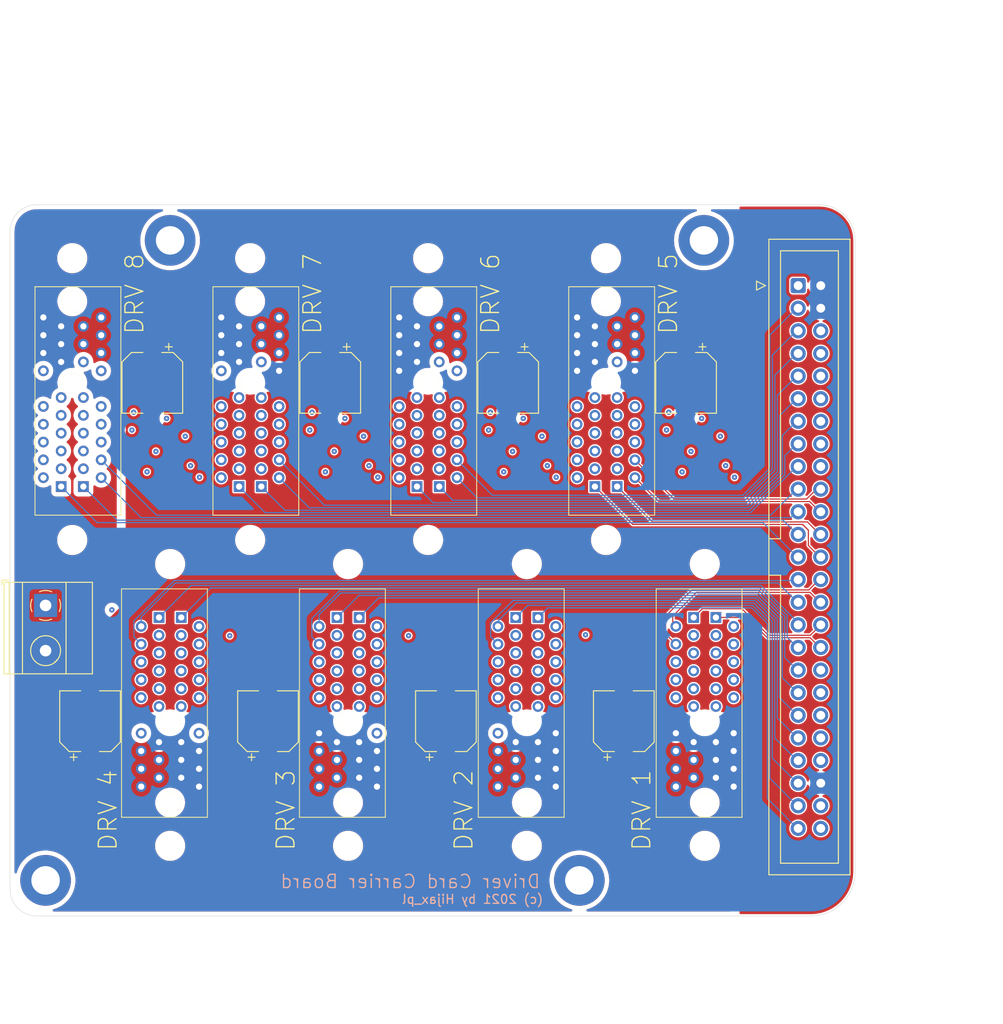
<source format=kicad_pcb>
(kicad_pcb (version 20210108) (generator pcbnew)
  (layers (0 "F.Cu" signal) (1 "In1.Cu" signal) (2 "In2.Cu" signal) (31 "B.Cu" signal) (34 "B.Paste" user) (35 "F.Paste" user) (36 "B.SilkS" user "B.Silkscreen") (37 "F.SilkS" user "F.Silkscreen") (38 "B.Mask" user) (39 "F.Mask" user) (44 "Edge.Cuts" user))
  (net 0 "")
  (net 1 "~MOT1_CS")
  (net 2 "~MOT2_CS")
  (net 3 "MOT1_STEP")
  (net 4 "MOT2_STEP")
  (net 5 "MOT1_DIR")
  (net 6 "CLOCK")
  (net 7 "GND")
  (net 8 "MOT2_DIR")
  (net 9 "~MOT1_ALARM")
  (net 10 "~MOT2_ALARM")
  (net 11 "~MOT3_CS")
  (net 12 "~MOT4_CS")
  (net 13 "MOT3_STEP")
  (net 14 "MOT4_STEP")
  (net 15 "V_motors")
  (net 16 "5V")
  (net 17 "3.3V")
  (net 18 "MOT3_DIR")
  (net 19 "MOT4_DIR")
  (net 20 "~MOT3_ALARM")
  (net 21 "~MOT4_ALARM")
  (net 22 "~MOT5_CS")
  (net 23 "~MOT6_CS")
  (net 24 "MOT5_STEP")
  (net 25 "MOT6_STEP")
  (net 26 "MOT5_DIR")
  (net 27 "MOT6_DIR")
  (net 28 "~MOT5_ALARM")
  (net 29 "~MOT6_ALARM")
  (net 30 "~MOT7_CS")
  (net 31 "~MOT8_CS")
  (net 32 "MOT7_STEP")
  (net 33 "MOT8_STEP")
  (net 34 "MOT7_DIR")
  (net 35 "MOT8_DIR")
  (net 36 "~MOT8_ALARM")
  (net 37 "MOT_SPI_MISO")
  (net 38 "MOT_SPI_MOSI")
  (net 39 "MOT_SPI_SCK")
  (net 40 "~MOT_RESET")
  (net 41 "~MOT_ENABLE")
  (net 42 "MOT_I2C_SDA")
  (net 43 "MOT_UART")
  (net 44 "MOT_I2C_SCL")
  (net 45 "~MOT7_ALARM")
  (footprint "Capacitor_SMD:CP_Elec_6.3x7.7" (layer "F.Cu") (at 101 70 -90)
    (fp_text reference "C7" hide)
    (fp_text value "100uF 35V" hide)
  )
  (footprint "PrntrBoardV2:AMPHENOL_10018784-10210TLF" (layer "F.Cu") (at 52 70 90)
    (fp_text reference "J_MOT8" hide)
    (fp_text value "PCIe_Stepper" hide)
  )
  (footprint "Capacitor_SMD:CP_Elec_6.3x7.7" (layer "F.Cu") (at 94 108 90)
    (fp_text reference "C4" hide)
    (fp_text value "100uF 35V" hide)
  )
  (footprint "MountingHole:MountingHole_3.2mm_M3_ISO7380_Pad" (layer "F.Cu") (at 109 125.87868)
    (fp_text reference "H4" hide)
    (fp_text value "MountingHole" hide)
  )
  (footprint "MountingHole:MountingHole_3.2mm_M3_ISO7380_Pad" (layer "F.Cu") (at 49 125.87868)
    (fp_text reference "H3" hide)
    (fp_text value "MountingHole" hide)
  )
  (footprint "MountingHole:MountingHole_3.2mm_M3_ISO7380_Pad" (layer "F.Cu") (at 123 54)
    (fp_text reference "H2" hide)
    (fp_text value "MountingHole" hide)
  )
  (footprint "PrntrBoardV2:AMPHENOL_10018784-10210TLF" (layer "F.Cu") (at 63 108 -90)
    (fp_text reference "J_MOT3" hide)
    (fp_text value "PCIe_Stepper" hide)
  )
  (footprint "Capacitor_SMD:CP_Elec_6.3x7.7" (layer "F.Cu") (at 121 70 -90)
    (fp_text reference "C6" hide)
    (fp_text value "100uF 35V" hide)
  )
  (footprint "Connector_IDC:IDC-Header_2x25_P2.54mm_Vertical" (layer "F.Cu") (at 133.6 59.08)
    (fp_text reference "J2" hide)
    (fp_text value "Conn_02x25_Counter_Clockwise" hide)
  )
  (footprint "MountingHole:MountingHole_3.2mm_M3_ISO7380_Pad" (layer "F.Cu") (at 63 54)
    (fp_text reference "H1" hide)
    (fp_text value "MountingHole" hide)
  )
  (footprint "Capacitor_SMD:CP_Elec_6.3x7.7" (layer "F.Cu") (at 54 108 90)
    (fp_text reference "C2" hide)
    (fp_text value "100uF 35V" hide)
  )
  (footprint "Capacitor_SMD:CP_Elec_6.3x7.7" (layer "F.Cu") (at 81 70 -90)
    (fp_text reference "C8" hide)
    (fp_text value "100uF 35V" hide)
  )
  (footprint "Capacitor_SMD:CP_Elec_6.3x7.7" (layer "F.Cu") (at 74 108 90)
    (fp_text reference "C1" hide)
    (fp_text value "100uF 35V" hide)
  )
  (footprint "PrntrBoardV2:AMPHENOL_10018784-10210TLF" (layer "F.Cu") (at 112 70 90)
    (fp_text reference "J_MOT5" hide)
    (fp_text value "PCIe_Stepper" hide)
  )
  (footprint "PrntrBoardV2:AMPHENOL_10018784-10210TLF" (layer "F.Cu") (at 83 108 -90)
    (fp_text reference "J_MOT2" hide)
    (fp_text value "PCIe_Stepper" hide)
  )
  (footprint "TerminalBlock_Phoenix:TerminalBlock_Phoenix_MKDS-1,5-2-5.08_1x02_P5.08mm_Horizontal" (layer "F.Cu") (at 49 95 -90)
    (fp_text reference "J1" hide)
    (fp_text value "Conn_01x02" hide)
  )
  (footprint "PrntrBoardV2:AMPHENOL_10018784-10210TLF" (layer "F.Cu") (at 92 70 90)
    (fp_text reference "J_MOT6" hide)
    (fp_text value "PCIe_Stepper" hide)
  )
  (footprint "PrntrBoardV2:AMPHENOL_10018784-10210TLF" (layer "F.Cu") (at 72 70 90)
    (fp_text reference "J_MOT7" hide)
    (fp_text value "PCIe_Stepper" hide)
  )
  (footprint "Capacitor_SMD:CP_Elec_6.3x7.7" (layer "F.Cu") (at 114 108 90)
    (fp_text reference "C5" hide)
    (fp_text value "100uF 35V" hide)
  )
  (footprint "PrntrBoardV2:AMPHENOL_10018784-10210TLF" (layer "F.Cu") (at 123.1 108 -90)
    (fp_text reference "J_MOT1" hide)
    (fp_text value "PCIe_Stepper" hide)
  )
  (footprint "Capacitor_SMD:CP_Elec_6.3x7.7" (layer "F.Cu") (at 61 70 -90)
    (fp_text reference "C3" hide)
    (fp_text value "100uF 35V" hide)
  )
  (footprint "PrntrBoardV2:AMPHENOL_10018784-10210TLF" (layer "F.Cu") (at 103.1 108 -90)
    (fp_text reference "J_MOT4" hide)
    (fp_text value "PCIe_Stepper" hide)
  )
  (gr_line (start 48 50) (end 136 50) (layer "Edge.Cuts") (width 0.05))
  (gr_line (start 45 126.87868) (end 45 53) (layer "Edge.Cuts") (width 0.05))
  (gr_arc (start 136 54) (end 136 50) (angle 90) (layer "Edge.Cuts") (width 0.05))
  (gr_line (start 135 129.87868) (end 48 129.87868) (layer "Edge.Cuts") (width 0.05))
  (gr_line (start 140 124.87868) (end 140 54) (layer "Edge.Cuts") (width 0.05))
  (gr_arc (start 135 124.87868) (end 140 124.87868) (angle 90) (layer "Edge.Cuts") (width 0.05))
  (gr_arc (start 48 53) (end 45 53) (angle 90) (layer "Edge.Cuts") (width 0.05))
  (gr_arc (start 48 126.87868) (end 48 129.87868) (angle 90) (layer "Edge.Cuts") (width 0.05))
  (gr_text "Driver Card Carrier Board" (at 90 126) (layer "B.SilkS") (effects (font (size 1.5 1.5)) (justify mirror)))
  (gr_text "(c) 2021 by Hijax_pl" (at 97 128) (layer "B.SilkS") (effects (font (size 1 1)) (justify mirror)))
  (gr_text "DRV 2" (at 96 118 90) (layer "F.SilkS") (effects (font (size 2 2))))
  (gr_text "DRV 3" (at 76 118 90) (layer "F.SilkS") (effects (font (size 2 2))))
  (gr_text "DRV 4" (at 56 118 90) (layer "F.SilkS") (effects (font (size 2 2))))
  (gr_text "DRV 5" (at 119 60 90) (layer "F.SilkS") (effects (font (size 2 2))))
  (gr_text "DRV 8" (at 59 60 90) (layer "F.SilkS") (effects (font (size 2 2))))
  (gr_text "DRV 6" (at 99 60 90) (layer "F.SilkS") (effects (font (size 2 2))))
  (gr_text "DRV 7" (at 79 60 90) (layer "F.SilkS") (effects (font (size 2 2))))
  (gr_text "DRV 1" (at 116 118 90) (layer "F.SilkS") (effects (font (size 2 2))))
  (segment (start 134.949411 98.629411) (end 136 99.68) (width 0.127) (layer "F.Cu") (net 1))
  (segment (start 124.35 96.35) (end 127.854854 96.35) (width 0.127) (layer "F.Cu") (net 1))
  (segment (start 130.134265 98.629411) (end 134.949411 98.629411) (width 0.127) (layer "F.Cu") (net 1))
  (segment (start 127.854854 96.35) (end 130.134265 98.629411) (width 0.127) (layer "F.Cu") (net 1))
  (segment (start 130.13 97.03) (end 130.13 116.67) (width 0.127) (layer "B.Cu") (net 2))
  (segment (start 105.426479 95.273521) (end 128.373521 95.273521) (width 0.127) (layer "B.Cu") (net 2))
  (segment (start 130.13 116.67) (end 133.46 120) (width 0.127) (layer "B.Cu") (net 2))
  (segment (start 128.373521 95.273521) (end 130.13 97.03) (width 0.127) (layer "B.Cu") (net 2))
  (segment (start 104.35 96.35) (end 105.426479 95.273521) (width 0.127) (layer "B.Cu") (net 2))
  (segment (start 127.279411 95.379411) (end 122.820589 95.379411) (width 0.127) (layer "F.Cu") (net 3))
  (segment (start 130.105911 98.205911) (end 127.279411 95.379411) (width 0.127) (layer "F.Cu") (net 3))
  (segment (start 130.25 98.35) (end 134.97 98.35) (width 0.127) (layer "F.Cu") (net 3))
  (segment (start 130.105911 98.205911) (end 130.25 98.35) (width 0.127) (layer "F.Cu") (net 3))
  (segment (start 122.820589 95.379411) (end 121.85 96.35) (width 0.127) (layer "F.Cu") (net 3))
  (segment (start 134.97 98.35) (end 136.14 97.18) (width 0.127) (layer "F.Cu") (net 3))
  (segment (start 128.489257 94.994111) (end 130.409411 96.914265) (width 0.127) (layer "B.Cu") (net 4))
  (segment (start 130.409411 114.409411) (end 133.46 117.46) (width 0.127) (layer "B.Cu") (net 4))
  (segment (start 101.85 96.35) (end 103.20589 94.99411) (width 0.127) (layer "B.Cu") (net 4))
  (segment (start 130.409411 96.914265) (end 130.409411 114.409411) (width 0.127) (layer "B.Cu") (net 4))
  (segment (start 103.20589 94.99411) (end 128.489257 94.994111) (width 0.127) (layer "B.Cu") (net 4))
  (segment (start 122.165911 93.534089) (end 119.5 96.2) (width 0.127) (layer "F.Cu") (net 5))
  (segment (start 134.934089 93.534089) (end 122.165911 93.534089) (width 0.127) (layer "F.Cu") (net 5))
  (segment (start 119.5 96.2) (end 119.5 97) (width 0.127) (layer "F.Cu") (net 5))
  (segment (start 136 94.6) (end 134.934089 93.534089) (width 0.127) (layer "F.Cu") (net 5))
  (segment (start 119.5 97) (end 119.85 97.35) (width 0.127) (layer "F.Cu") (net 5))
  (via (at 122.75 74) (size 0.6) (drill 0.2) (layers "F.Cu" "B.Cu") (net 6))
  (via (at 102.7 74) (size 0.6) (drill 0.2) (layers "F.Cu" "B.Cu") (net 6))
  (via (at 82.65 74) (size 0.6) (drill 0.2) (layers "F.Cu" "B.Cu") (net 6))
  (via (at 62.6 74) (size 0.6) (drill 0.2) (layers "F.Cu" "B.Cu") (net 6))
  (segment (start 54 105.3) (end 57 102.3) (width 2) (layer "F.Cu") (net 7))
  (segment (start 57 97) (end 60 94) (width 2) (layer "F.Cu") (net 7))
  (segment (start 57 102.3) (end 57 97) (width 2) (layer "F.Cu") (net 7))
  (segment (start 49 100.08) (end 49 100.3) (width 2) (layer "F.Cu") (net 7))
  (segment (start 133.46 114.92) (end 130.688822 112.148822) (width 0.127) (layer "B.Cu") (net 8))
  (segment (start 101.888661 94.714699) (end 99.85 96.75336) (width 0.127) (layer "B.Cu") (net 8))
  (segment (start 130.688822 96.79853) (end 128.604992 94.7147) (width 0.127) (layer "B.Cu") (net 8))
  (segment (start 130.688822 112.148822) (end 130.688822 96.79853) (width 0.127) (layer "B.Cu") (net 8))
  (segment (start 99.85 96.75336) (end 99.85 97.35) (width 0.127) (layer "B.Cu") (net 8))
  (segment (start 128.604992 94.7147) (end 101.888661 94.714699) (width 0.127) (layer "B.Cu") (net 8))
  (segment (start 134.805322 93.254678) (end 121.645322 93.254678) (width 0.127) (layer "F.Cu") (net 9))
  (segment (start 136 92.06) (end 134.805322 93.254678) (width 0.127) (layer "F.Cu") (net 9))
  (segment (start 118.7 98.2) (end 119.85 99.35) (width 0.127) (layer "F.Cu") (net 9))
  (segment (start 118.7 96.2) (end 118.7 98.2) (width 0.127) (layer "F.Cu") (net 9))
  (segment (start 121.645322 93.254678) (end 118.7 96.2) (width 0.127) (layer "F.Cu") (net 9))
  (segment (start 99.030089 96.956442) (end 101.551243 94.435288) (width 0.127) (layer "B.Cu") (net 10))
  (segment (start 99.030089 98.530089) (end 99.030089 96.956442) (width 0.127) (layer "B.Cu") (net 10))
  (segment (start 130.968233 96.682795) (end 130.968233 109.888233) (width 0.127) (layer "B.Cu") (net 10))
  (segment (start 130.968233 109.888233) (end 133.46 112.38) (width 0.127) (layer "B.Cu") (net 10))
  (segment (start 99.85 99.35) (end 99.030089 98.530089) (width 0.127) (layer "B.Cu") (net 10))
  (segment (start 101.551243 94.435288) (end 128.720727 94.435289) (width 0.127) (layer "B.Cu") (net 10))
  (segment (start 128.720727 94.435289) (end 130.968233 96.682795) (width 0.127) (layer "B.Cu") (net 10))
  (segment (start 128.836462 94.155878) (end 86.444123 94.155877) (width 0.127) (layer "B.Cu") (net 11))
  (segment (start 86.444123 94.155877) (end 84.25 96.35) (width 0.127) (layer "B.Cu") (net 11))
  (segment (start 131.247644 96.56706) (end 128.836462 94.155878) (width 0.127) (layer "B.Cu") (net 11))
  (segment (start 131.247644 107.627644) (end 131.247644 96.56706) (width 0.127) (layer "B.Cu") (net 11))
  (segment (start 133.46 109.84) (end 131.247644 107.627644) (width 0.127) (layer "B.Cu") (net 11))
  (segment (start 132.365288 98.585288) (end 132.365288 96.10412) (width 0.127) (layer "B.Cu") (net 12))
  (segment (start 129.299402 93.038234) (end 67.561767 93.038233) (width 0.127) (layer "B.Cu") (net 12))
  (segment (start 133.46 99.68) (end 132.365288 98.585288) (width 0.127) (layer "B.Cu") (net 12))
  (segment (start 132.365288 96.10412) (end 129.299402 93.038234) (width 0.127) (layer "B.Cu") (net 12))
  (segment (start 67.561767 93.038233) (end 64.25 96.35) (width 0.127) (layer "B.Cu") (net 12))
  (segment (start 131.527055 96.451325) (end 131.527055 105.367055) (width 0.127) (layer "B.Cu") (net 13))
  (segment (start 84.223534 93.876466) (end 128.952197 93.876467) (width 0.127) (layer "B.Cu") (net 13))
  (segment (start 128.952197 93.876467) (end 131.527055 96.451325) (width 0.127) (layer "B.Cu") (net 13))
  (segment (start 131.527055 105.367055) (end 133.46 107.3) (width 0.127) (layer "B.Cu") (net 13))
  (segment (start 81.75 96.35) (end 84.223534 93.876466) (width 0.127) (layer "B.Cu") (net 13))
  (segment (start 61.75 96.35) (end 65.341178 92.758822) (width 0.127) (layer "B.Cu") (net 14))
  (segment (start 65.341178 92.758822) (end 129.415137 92.758823) (width 0.127) (layer "B.Cu") (net 14))
  (segment (start 129.415137 92.758823) (end 133.46 96.803686) (width 0.127) (layer "B.Cu") (net 14))
  (segment (start 133.46 96.803686) (end 133.46 97.14) (width 0.127) (layer "B.Cu") (net 14))
  (segment (start 131.806466 103.106466) (end 131.806466 96.33559) (width 0.127) (layer "B.Cu") (net 18))
  (segment (start 131.806466 96.33559) (end 129.067932 93.597056) (width 0.127) (layer "B.Cu") (net 18))
  (segment (start 133.46 104.76) (end 131.806466 103.106466) (width 0.127) (layer "B.Cu") (net 18))
  (segment (start 79.75 96.045146) (end 79.75 97.35) (width 0.127) (layer "B.Cu") (net 18))
  (segment (start 129.067932 93.597056) (end 82.198091 93.597055) (width 0.127) (layer "B.Cu") (net 18))
  (segment (start 82.198091 93.597055) (end 79.75 96.045146) (width 0.127) (layer "B.Cu") (net 18))
  (segment (start 63.575913 92.479411) (end 131.339411 92.479411) (width 0.127) (layer "B.Cu") (net 19))
  (segment (start 59.75 97.35) (end 59.75 96.305324) (width 0.127) (layer "B.Cu") (net 19))
  (segment (start 59.75 96.305324) (end 63.575913 92.479411) (width 0.127) (layer "B.Cu") (net 19))
  (segment (start 131.339411 92.479411) (end 133.46 94.6) (width 0.127) (layer "B.Cu") (net 19))
  (segment (start 132.085877 96.219855) (end 132.085877 100.845877) (width 0.127) (layer "B.Cu") (net 20))
  (segment (start 78.930089 96.469911) (end 82.082356 93.317644) (width 0.127) (layer "B.Cu") (net 20))
  (segment (start 132.085877 100.845877) (end 133.46 102.22) (width 0.127) (layer "B.Cu") (net 20))
  (segment (start 82.082356 93.317644) (end 129.183667 93.317645) (width 0.127) (layer "B.Cu") (net 20))
  (segment (start 129.183667 93.317645) (end 132.085877 96.219855) (width 0.127) (layer "B.Cu") (net 20))
  (segment (start 79.75 99.35) (end 78.930089 98.530089) (width 0.127) (layer "B.Cu") (net 20))
  (segment (start 78.930089 98.530089) (end 78.930089 96.469911) (width 0.127) (layer "B.Cu") (net 20))
  (segment (start 58.930089 96.730089) (end 58.930089 98.530089) (width 0.127) (layer "B.Cu") (net 21))
  (segment (start 63.460178 92.2) (end 58.930089 96.730089) (width 0.127) (layer "B.Cu") (net 21))
  (segment (start 133.32 92.2) (end 63.460178 92.2) (width 0.127) (layer "B.Cu") (net 21))
  (segment (start 58.930089 98.530089) (end 59.75 99.35) (width 0.127) (layer "B.Cu") (net 21))
  (segment (start 133.46 92.06) (end 133.32 92.2) (width 0.127) (layer "B.Cu") (net 21))
  (segment (start 115 85.9) (end 116.9 85.9) (width 0.127) (layer "F.Cu") (net 22))
  (segment (start 110.75 81.65) (end 115 85.9) (width 0.127) (layer "F.Cu") (net 22))
  (segment (start 115 85.9) (end 134.1 85.9) (width 0.127) (layer "F.Cu") (net 22))
  (segment (start 134.1 85.9) (end 134.725 86.525) (width 0.127) (layer "F.Cu") (net 22))
  (segment (start 134.1 85.9) (end 134.75 86.55) (width 0.127) (layer "F.Cu") (net 22))
  (segment (start 134.75 88.27) (end 136 89.52) (width 0.127) (layer "F.Cu") (net 22))
  (segment (start 134.75 86.55) (end 134.75 88.27) (width 0.127) (layer "F.Cu") (net 22))
  (segment (start 131.258233 79.980599) (end 131.258233 71.401767) (width 0.127) (layer "B.Cu") (net 23))
  (segment (start 90.75 81.65) (end 92.564712 83.464712) (width 0.127) (layer "B.Cu") (net 23))
  (segment (start 131.258233 71.401767) (end 133.46 69.2) (width 0.127) (layer "B.Cu") (net 23))
  (segment (start 92.564712 83.464712) (end 127.774122 83.46471) (width 0.127) (layer "B.Cu") (net 23))
  (segment (start 127.774122 83.46471) (end 131.258233 79.980599) (width 0.127) (layer "B.Cu") (net 23))
  (segment (start 117.220589 85.620589) (end 113.25 81.65) (width 0.127) (layer "F.Cu") (net 24))
  (segment (start 136 86.98) (end 134.640589 85.620589) (width 0.127) (layer "F.Cu") (net 24))
  (segment (start 134.640589 85.620589) (end 117.220589 85.620589) (width 0.127) (layer "F.Cu") (net 24))
  (segment (start 130.978822 79.81147) (end 130.978822 69.141178) (width 0.127) (layer "B.Cu") (net 25))
  (segment (start 130.978822 69.141178) (end 133.46 66.66) (width 0.127) (layer "B.Cu") (net 25))
  (segment (start 94.785301 83.185301) (end 127.604991 83.185301) (width 0.127) (layer "B.Cu") (net 25))
  (segment (start 127.604991 83.185301) (end 130.978822 79.81147) (width 0.127) (layer "B.Cu") (net 25))
  (segment (start 93.25 81.65) (end 94.785301 83.185301) (width 0.127) (layer "B.Cu") (net 25))
  (segment (start 134.88941 83.32941) (end 136 84.44) (width 0.127) (layer "F.Cu") (net 26))
  (segment (start 115.25 80.65) (end 117.92941 83.32941) (width 0.127) (layer "F.Cu") (net 26))
  (segment (start 117.92941 83.32941) (end 134.88941 83.32941) (width 0.127) (layer "F.Cu") (net 26))
  (segment (start 95.25 80.65) (end 97.50589 82.90589) (width 0.127) (layer "B.Cu") (net 27))
  (segment (start 97.50589 82.90589) (end 127.489256 82.90589) (width 0.127) (layer "B.Cu") (net 27))
  (segment (start 130.699411 79.695735) (end 130.699411 66.880589) (width 0.127) (layer "B.Cu") (net 27))
  (segment (start 130.699411 66.880589) (end 133.46 64.12) (width 0.127) (layer "B.Cu") (net 27))
  (segment (start 127.489256 82.90589) (end 130.699411 79.695735) (width 0.127) (layer "B.Cu") (net 27))
  (segment (start 134.55 83.05) (end 119.65 83.05) (width 0.127) (layer "F.Cu") (net 28))
  (segment (start 135.66 81.94) (end 134.55 83.05) (width 0.127) (layer "F.Cu") (net 28))
  (segment (start 136.14 81.94) (end 135.66 81.94) (width 0.127) (layer "F.Cu") (net 28))
  (segment (start 119.65 83.05) (end 119.565911 82.965911) (width 0.127) (layer "F.Cu") (net 28))
  (segment (start 119.565911 82.965911) (end 115.25 78.65) (width 0.127) (layer "F.Cu") (net 28))
  (segment (start 127.373521 82.626479) (end 130.42 79.58) (width 0.127) (layer "B.Cu") (net 29))
  (segment (start 130.42 79.58) (end 130.42 64.62) (width 0.127) (layer "B.Cu") (net 29))
  (segment (start 99.226479 82.626479) (end 127.373521 82.626479) (width 0.127) (layer "B.Cu") (net 29))
  (segment (start 130.42 64.62) (end 133.46 61.58) (width 0.127) (layer "B.Cu") (net 29))
  (segment (start 95.25 78.65) (end 99.226479 82.626479) (width 0.127) (layer "B.Cu") (net 29))
  (segment (start 73.682356 84.582356) (end 128.237644 84.582356) (width 0.127) (layer "B.Cu") (net 30))
  (segment (start 128.237644 84.582356) (end 133.46 79.36) (width 0.127) (layer "B.Cu") (net 30))
  (segment (start 70.75 81.65) (end 73.682356 84.582356) (width 0.127) (layer "B.Cu") (net 30))
  (segment (start 129.64 85.7) (end 54.8 85.7) (width 0.127) (layer "B.Cu") (net 31))
  (segment (start 133.46 89.52) (end 129.64 85.7) (width 0.127) (layer "B.Cu") (net 31))
  (segment (start 54.8 85.7) (end 50.75 81.65) (width 0.127) (layer "B.Cu") (net 31))
  (segment (start 75.90294 84.30294) (end 128.12133 84.30294) (width 0.127) (layer "B.Cu") (net 32))
  (segment (start 132.096466 78.183534) (end 133.46 76.82) (width 0.127) (layer "B.Cu") (net 32))
  (segment (start 128.12133 84.30294) (end 132.096466 80.327804) (width 0.127) (layer "B.Cu") (net 32))
  (segment (start 73.25 81.65) (end 75.90294 84.30294) (width 0.127) (layer "B.Cu") (net 32))
  (segment (start 132.096466 80.327804) (end 132.096466 78.183534) (width 0.127) (layer "B.Cu") (net 32))
  (segment (start 53.25 81.65) (end 57.020589 85.420589) (width 0.127) (layer "B.Cu") (net 33))
  (segment (start 57.020589 85.420589) (end 131.900589 85.420589) (width 0.127) (layer "B.Cu") (net 33))
  (segment (start 131.900589 85.420589) (end 133.46 86.98) (width 0.127) (layer "B.Cu") (net 33))
  (segment (start 75.25 80.65) (end 78.62353 84.02353) (width 0.127) (layer "B.Cu") (net 34))
  (segment (start 128.005594 84.02353) (end 131.817055 80.212069) (width 0.127) (layer "B.Cu") (net 34))
  (segment (start 78.62353 84.02353) (end 128.005594 84.02353) (width 0.127) (layer "B.Cu") (net 34))
  (segment (start 131.817055 75.922945) (end 133.46 74.28) (width 0.127) (layer "B.Cu") (net 34))
  (segment (start 131.817055 80.212069) (end 131.817055 75.922945) (width 0.127) (layer "B.Cu") (net 34))
  (segment (start 132.758822 85.141178) (end 133.46 84.44) (width 0.127) (layer "B.Cu") (net 35))
  (segment (start 59.741178 85.141178) (end 132.758822 85.141178) (width 0.127) (layer "B.Cu") (net 35))
  (segment (start 55.25 80.65) (end 59.741178 85.141178) (width 0.127) (layer "B.Cu") (net 35))
  (segment (start 130.498233 84.861767) (end 133.46 81.9) (width 0.127) (layer "B.Cu") (net 36))
  (segment (start 61.461767 84.861767) (end 130.498233 84.861767) (width 0.127) (layer "B.Cu") (net 36))
  (segment (start 55.25 78.65) (end 61.461767 84.861767) (width 0.127) (layer "B.Cu") (net 36))
  (via (at 66.3 80.6) (size 0.6) (drill 0.2) (layers "F.Cu" "B.Cu") (net 37))
  (via (at 86.35 80.6) (size 0.6) (drill 0.2) (layers "F.Cu" "B.Cu") (net 37))
  (via (at 106.4 80.6) (size 0.6) (drill 0.2) (layers "F.Cu" "B.Cu") (net 37))
  (via (at 126.45 80.6) (size 0.6) (drill 0.2) (layers "F.Cu" "B.Cu") (net 37))
  (via (at 109.7 98.3) (size 0.6) (drill 0.2) (layers "F.Cu" "B.Cu") (net 38))
  (via (at 56.449595 95.496387) (size 0.6) (drill 0.2) (layers "F.Cu" "B.Cu") (net 38))
  (via (at 69.7 98.4) (size 0.6) (drill 0.2) (layers "F.Cu" "B.Cu") (net 38))
  (via (at 89.8 98.4) (size 0.6) (drill 0.2) (layers "F.Cu" "B.Cu") (net 38))
  (via (at 125.45 79.3) (size 0.6) (drill 0.2) (layers "F.Cu" "B.Cu") (net 39))
  (via (at 105.4 79.3) (size 0.6) (drill 0.2) (layers "F.Cu" "B.Cu") (net 39))
  (via (at 85.35 79.3) (size 0.6) (drill 0.2) (layers "F.Cu" "B.Cu") (net 39))
  (via (at 65.3 79.3) (size 0.6) (drill 0.2) (layers "F.Cu" "B.Cu") (net 39))
  (via (at 101.5 77.7) (size 0.6) (drill 0.2) (layers "F.Cu" "B.Cu") (net 40))
  (via (at 121.55 77.7) (size 0.6) (drill 0.2) (layers "F.Cu" "B.Cu") (net 40))
  (via (at 81.45 77.7) (size 0.6) (drill 0.2) (layers "F.Cu" "B.Cu") (net 40))
  (via (at 61.4 77.7) (size 0.6) (drill 0.2) (layers "F.Cu" "B.Cu") (net 40))
  (via (at 80.45 80) (size 0.6) (drill 0.2) (layers "F.Cu" "B.Cu") (net 41))
  (via (at 120.55 80) (size 0.6) (drill 0.2) (layers "F.Cu" "B.Cu") (net 41))
  (via (at 100.5 80) (size 0.6) (drill 0.2) (layers "F.Cu" "B.Cu") (net 41))
  (via (at 60.4 80) (size 0.6) (drill 0.2) (layers "F.Cu" "B.Cu") (net 41))
  (via (at 119.05 73.3) (size 0.6) (drill 0.2) (layers "F.Cu" "B.Cu") (net 42))
  (via (at 99 73.3) (size 0.6) (drill 0.2) (layers "F.Cu" "B.Cu") (net 42))
  (via (at 78.95 73.3) (size 0.6) (drill 0.2) (layers "F.Cu" "B.Cu") (net 42))
  (via (at 58.9 73.3) (size 0.6) (drill 0.2) (layers "F.Cu" "B.Cu") (net 42))
  (via (at 104.8 76) (size 0.6) (drill 0.2) (layers "F.Cu" "B.Cu") (net 43))
  (via (at 124.85 76) (size 0.6) (drill 0.2) (layers "F.Cu" "B.Cu") (net 43))
  (via (at 84.75 76) (size 0.6) (drill 0.2) (layers "F.Cu" "B.Cu") (net 43))
  (via (at 64.7 76) (size 0.6) (drill 0.2) (layers "F.Cu" "B.Cu") (net 43))
  (via (at 98.8 75.3) (size 0.6) (drill 0.2) (layers "F.Cu" "B.Cu") (net 44))
  (via (at 58.7 75.3) (size 0.6) (drill 0.2) (layers "F.Cu" "B.Cu") (net 44))
  (via (at 118.8 75.3) (size 0.6) (drill 0.2) (layers "F.Cu" "B.Cu") (net 44))
  (via (at 78.7 75.3) (size 0.6) (drill 0.2) (layers "F.Cu" "B.Cu") (net 44))
  (segment (start 131.537644 80.096334) (end 131.537644 73.662356) (width 0.127) (layer "B.Cu") (net 45))
  (segment (start 127.889858 83.74412) (end 131.537644 80.096334) (width 0.127) (layer "B.Cu") (net 45))
  (segment (start 131.537644 73.662356) (end 133.46 71.74) (width 0.127) (layer "B.Cu") (net 45))
  (segment (start 80.34412 83.74412) (end 127.889858 83.74412) (width 0.127) (layer "B.Cu") (net 45))
  (segment (start 75.25 78.65) (end 80.34412 83.74412) (width 0.127) (layer "B.Cu") (net 45))
  (zone (net 15) (net_name "V_motors") (layer "F.Cu") (connect_pads yes (clearance 0.508)) (min_thickness 0.254) (fill yes (thermal_gap 0.508) (thermal_bridge_width 0.508))
    (polygon (pts (xy 126 70) (xy 57 70) (xy 57 108) (xy 126 108) (xy 126 142) (xy 44 142) (xy 44 49) (xy 126 49)))
  )
  (zone (net 7) (net_name "GND") (layer "F.Cu") (connect_pads (clearance 0.1524)) (min_thickness 0.254) (fill yes (thermal_gap 0.508) (thermal_bridge_width 0.508))
    (polygon (pts (xy 141 130) (xy 127 130) (xy 127 107) (xy 58 107) (xy 58 71) (xy 127 71) (xy 127 49) (xy 141 49)))
  )
  (zone (net 7) (net_name "GND") (layer "B.Cu") (connect_pads yes (clearance 0.508)) (min_thickness 0.254) (fill yes (thermal_gap 0.508) (thermal_bridge_width 0.508))
    (polygon (pts (xy 142 131) (xy 44 131) (xy 44 48) (xy 142 48)))
  )
)
</source>
